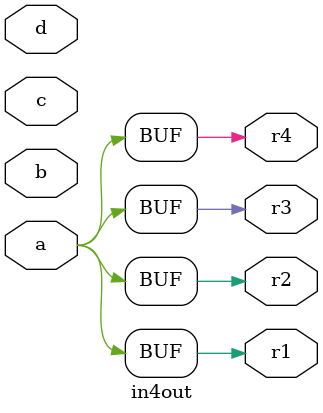
<source format=v>
`timescale 1ns / 1ps


module in4out(a, b, c, d, r1, r2, r3, r4);
    input a, b, c, d;
    output r1, r2, r3, r4;
    
    assign r1 = a;
    assign r2 = a;
    assign r3 = a;
    assign r4 = a;
endmodule


</source>
